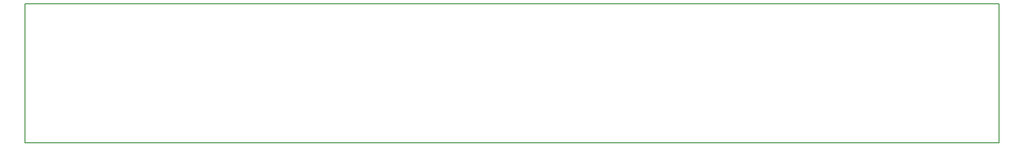
<source format=gbr>
%TF.GenerationSoftware,KiCad,Pcbnew,8.0.1*%
%TF.CreationDate,2025-01-20T12:05:53-05:00*%
%TF.ProjectId,200280,32303032-3830-42e6-9b69-6361645f7063,rev?*%
%TF.SameCoordinates,PX3473bc0PY5f5e100*%
%TF.FileFunction,Profile,NP*%
%FSLAX46Y46*%
G04 Gerber Fmt 4.6, Leading zero omitted, Abs format (unit mm)*
G04 Created by KiCad (PCBNEW 8.0.1) date 2025-01-20 12:05:53*
%MOMM*%
%LPD*%
G01*
G04 APERTURE LIST*
%TA.AperFunction,Profile*%
%ADD10C,0.200000*%
%TD*%
G04 APERTURE END LIST*
D10*
X0Y25000000D02*
X175000000Y25000000D01*
X175000000Y0D01*
X0Y0D01*
X0Y25000000D01*
M02*

</source>
